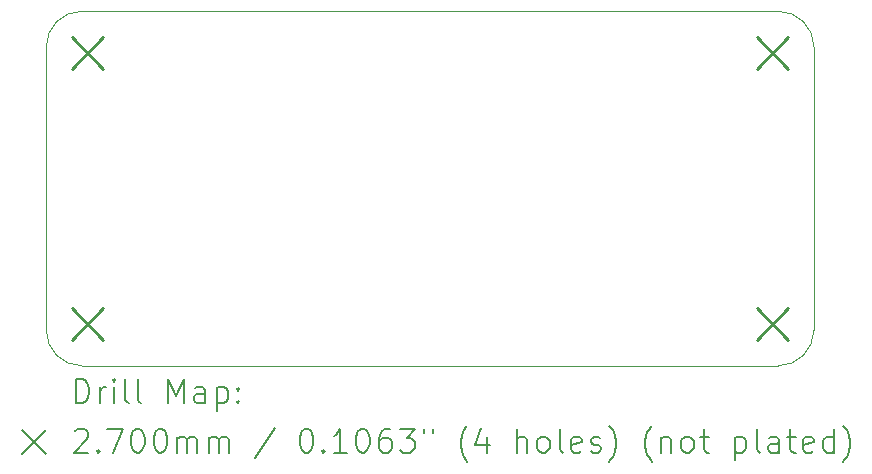
<source format=gbr>
%TF.GenerationSoftware,KiCad,Pcbnew,(6.0.7)*%
%TF.CreationDate,2022-10-12T11:09:08+01:00*%
%TF.ProjectId,RR_5V_HAT,52525f35-565f-4484-9154-2e6b69636164,rev?*%
%TF.SameCoordinates,Original*%
%TF.FileFunction,Drillmap*%
%TF.FilePolarity,Positive*%
%FSLAX45Y45*%
G04 Gerber Fmt 4.5, Leading zero omitted, Abs format (unit mm)*
G04 Created by KiCad (PCBNEW (6.0.7)) date 2022-10-12 11:09:08*
%MOMM*%
%LPD*%
G01*
G04 APERTURE LIST*
%ADD10C,0.100000*%
%ADD11C,0.200000*%
%ADD12C,0.270000*%
G04 APERTURE END LIST*
D10*
X23300000Y-3900000D02*
G75*
G03*
X23000000Y-3600000I-300000J0D01*
G01*
X16800000Y-6300000D02*
G75*
G03*
X17100000Y-6600000I300000J0D01*
G01*
X17100000Y-3600000D02*
X23000000Y-3600000D01*
X23300000Y-3900000D02*
X23300000Y-6300000D01*
X23000000Y-6600000D02*
G75*
G03*
X23300000Y-6300000I0J300000D01*
G01*
X16800000Y-6300000D02*
X16800000Y-3900000D01*
X17100000Y-3600000D02*
G75*
G03*
X16800000Y-3900000I0J-300000D01*
G01*
X23000000Y-6600000D02*
X17100000Y-6600000D01*
D11*
D12*
X17015000Y-3815000D02*
X17285000Y-4085000D01*
X17285000Y-3815000D02*
X17015000Y-4085000D01*
X17015000Y-6115000D02*
X17285000Y-6385000D01*
X17285000Y-6115000D02*
X17015000Y-6385000D01*
X22815000Y-3815000D02*
X23085000Y-4085000D01*
X23085000Y-3815000D02*
X22815000Y-4085000D01*
X22815000Y-6115000D02*
X23085000Y-6385000D01*
X23085000Y-6115000D02*
X22815000Y-6385000D01*
D11*
X17052619Y-6915476D02*
X17052619Y-6715476D01*
X17100238Y-6715476D01*
X17128810Y-6725000D01*
X17147857Y-6744048D01*
X17157381Y-6763095D01*
X17166905Y-6801190D01*
X17166905Y-6829762D01*
X17157381Y-6867857D01*
X17147857Y-6886905D01*
X17128810Y-6905952D01*
X17100238Y-6915476D01*
X17052619Y-6915476D01*
X17252619Y-6915476D02*
X17252619Y-6782143D01*
X17252619Y-6820238D02*
X17262143Y-6801190D01*
X17271667Y-6791667D01*
X17290714Y-6782143D01*
X17309762Y-6782143D01*
X17376429Y-6915476D02*
X17376429Y-6782143D01*
X17376429Y-6715476D02*
X17366905Y-6725000D01*
X17376429Y-6734524D01*
X17385952Y-6725000D01*
X17376429Y-6715476D01*
X17376429Y-6734524D01*
X17500238Y-6915476D02*
X17481190Y-6905952D01*
X17471667Y-6886905D01*
X17471667Y-6715476D01*
X17605000Y-6915476D02*
X17585952Y-6905952D01*
X17576429Y-6886905D01*
X17576429Y-6715476D01*
X17833571Y-6915476D02*
X17833571Y-6715476D01*
X17900238Y-6858333D01*
X17966905Y-6715476D01*
X17966905Y-6915476D01*
X18147857Y-6915476D02*
X18147857Y-6810714D01*
X18138333Y-6791667D01*
X18119286Y-6782143D01*
X18081190Y-6782143D01*
X18062143Y-6791667D01*
X18147857Y-6905952D02*
X18128810Y-6915476D01*
X18081190Y-6915476D01*
X18062143Y-6905952D01*
X18052619Y-6886905D01*
X18052619Y-6867857D01*
X18062143Y-6848809D01*
X18081190Y-6839286D01*
X18128810Y-6839286D01*
X18147857Y-6829762D01*
X18243095Y-6782143D02*
X18243095Y-6982143D01*
X18243095Y-6791667D02*
X18262143Y-6782143D01*
X18300238Y-6782143D01*
X18319286Y-6791667D01*
X18328810Y-6801190D01*
X18338333Y-6820238D01*
X18338333Y-6877381D01*
X18328810Y-6896428D01*
X18319286Y-6905952D01*
X18300238Y-6915476D01*
X18262143Y-6915476D01*
X18243095Y-6905952D01*
X18424048Y-6896428D02*
X18433571Y-6905952D01*
X18424048Y-6915476D01*
X18414524Y-6905952D01*
X18424048Y-6896428D01*
X18424048Y-6915476D01*
X18424048Y-6791667D02*
X18433571Y-6801190D01*
X18424048Y-6810714D01*
X18414524Y-6801190D01*
X18424048Y-6791667D01*
X18424048Y-6810714D01*
X16595000Y-7145000D02*
X16795000Y-7345000D01*
X16795000Y-7145000D02*
X16595000Y-7345000D01*
X17043095Y-7154524D02*
X17052619Y-7145000D01*
X17071667Y-7135476D01*
X17119286Y-7135476D01*
X17138333Y-7145000D01*
X17147857Y-7154524D01*
X17157381Y-7173571D01*
X17157381Y-7192619D01*
X17147857Y-7221190D01*
X17033571Y-7335476D01*
X17157381Y-7335476D01*
X17243095Y-7316428D02*
X17252619Y-7325952D01*
X17243095Y-7335476D01*
X17233571Y-7325952D01*
X17243095Y-7316428D01*
X17243095Y-7335476D01*
X17319286Y-7135476D02*
X17452619Y-7135476D01*
X17366905Y-7335476D01*
X17566905Y-7135476D02*
X17585952Y-7135476D01*
X17605000Y-7145000D01*
X17614524Y-7154524D01*
X17624048Y-7173571D01*
X17633571Y-7211667D01*
X17633571Y-7259286D01*
X17624048Y-7297381D01*
X17614524Y-7316428D01*
X17605000Y-7325952D01*
X17585952Y-7335476D01*
X17566905Y-7335476D01*
X17547857Y-7325952D01*
X17538333Y-7316428D01*
X17528810Y-7297381D01*
X17519286Y-7259286D01*
X17519286Y-7211667D01*
X17528810Y-7173571D01*
X17538333Y-7154524D01*
X17547857Y-7145000D01*
X17566905Y-7135476D01*
X17757381Y-7135476D02*
X17776429Y-7135476D01*
X17795476Y-7145000D01*
X17805000Y-7154524D01*
X17814524Y-7173571D01*
X17824048Y-7211667D01*
X17824048Y-7259286D01*
X17814524Y-7297381D01*
X17805000Y-7316428D01*
X17795476Y-7325952D01*
X17776429Y-7335476D01*
X17757381Y-7335476D01*
X17738333Y-7325952D01*
X17728810Y-7316428D01*
X17719286Y-7297381D01*
X17709762Y-7259286D01*
X17709762Y-7211667D01*
X17719286Y-7173571D01*
X17728810Y-7154524D01*
X17738333Y-7145000D01*
X17757381Y-7135476D01*
X17909762Y-7335476D02*
X17909762Y-7202143D01*
X17909762Y-7221190D02*
X17919286Y-7211667D01*
X17938333Y-7202143D01*
X17966905Y-7202143D01*
X17985952Y-7211667D01*
X17995476Y-7230714D01*
X17995476Y-7335476D01*
X17995476Y-7230714D02*
X18005000Y-7211667D01*
X18024048Y-7202143D01*
X18052619Y-7202143D01*
X18071667Y-7211667D01*
X18081190Y-7230714D01*
X18081190Y-7335476D01*
X18176429Y-7335476D02*
X18176429Y-7202143D01*
X18176429Y-7221190D02*
X18185952Y-7211667D01*
X18205000Y-7202143D01*
X18233571Y-7202143D01*
X18252619Y-7211667D01*
X18262143Y-7230714D01*
X18262143Y-7335476D01*
X18262143Y-7230714D02*
X18271667Y-7211667D01*
X18290714Y-7202143D01*
X18319286Y-7202143D01*
X18338333Y-7211667D01*
X18347857Y-7230714D01*
X18347857Y-7335476D01*
X18738333Y-7125952D02*
X18566905Y-7383095D01*
X18995476Y-7135476D02*
X19014524Y-7135476D01*
X19033571Y-7145000D01*
X19043095Y-7154524D01*
X19052619Y-7173571D01*
X19062143Y-7211667D01*
X19062143Y-7259286D01*
X19052619Y-7297381D01*
X19043095Y-7316428D01*
X19033571Y-7325952D01*
X19014524Y-7335476D01*
X18995476Y-7335476D01*
X18976429Y-7325952D01*
X18966905Y-7316428D01*
X18957381Y-7297381D01*
X18947857Y-7259286D01*
X18947857Y-7211667D01*
X18957381Y-7173571D01*
X18966905Y-7154524D01*
X18976429Y-7145000D01*
X18995476Y-7135476D01*
X19147857Y-7316428D02*
X19157381Y-7325952D01*
X19147857Y-7335476D01*
X19138333Y-7325952D01*
X19147857Y-7316428D01*
X19147857Y-7335476D01*
X19347857Y-7335476D02*
X19233571Y-7335476D01*
X19290714Y-7335476D02*
X19290714Y-7135476D01*
X19271667Y-7164048D01*
X19252619Y-7183095D01*
X19233571Y-7192619D01*
X19471667Y-7135476D02*
X19490714Y-7135476D01*
X19509762Y-7145000D01*
X19519286Y-7154524D01*
X19528810Y-7173571D01*
X19538333Y-7211667D01*
X19538333Y-7259286D01*
X19528810Y-7297381D01*
X19519286Y-7316428D01*
X19509762Y-7325952D01*
X19490714Y-7335476D01*
X19471667Y-7335476D01*
X19452619Y-7325952D01*
X19443095Y-7316428D01*
X19433571Y-7297381D01*
X19424048Y-7259286D01*
X19424048Y-7211667D01*
X19433571Y-7173571D01*
X19443095Y-7154524D01*
X19452619Y-7145000D01*
X19471667Y-7135476D01*
X19709762Y-7135476D02*
X19671667Y-7135476D01*
X19652619Y-7145000D01*
X19643095Y-7154524D01*
X19624048Y-7183095D01*
X19614524Y-7221190D01*
X19614524Y-7297381D01*
X19624048Y-7316428D01*
X19633571Y-7325952D01*
X19652619Y-7335476D01*
X19690714Y-7335476D01*
X19709762Y-7325952D01*
X19719286Y-7316428D01*
X19728810Y-7297381D01*
X19728810Y-7249762D01*
X19719286Y-7230714D01*
X19709762Y-7221190D01*
X19690714Y-7211667D01*
X19652619Y-7211667D01*
X19633571Y-7221190D01*
X19624048Y-7230714D01*
X19614524Y-7249762D01*
X19795476Y-7135476D02*
X19919286Y-7135476D01*
X19852619Y-7211667D01*
X19881190Y-7211667D01*
X19900238Y-7221190D01*
X19909762Y-7230714D01*
X19919286Y-7249762D01*
X19919286Y-7297381D01*
X19909762Y-7316428D01*
X19900238Y-7325952D01*
X19881190Y-7335476D01*
X19824048Y-7335476D01*
X19805000Y-7325952D01*
X19795476Y-7316428D01*
X19995476Y-7135476D02*
X19995476Y-7173571D01*
X20071667Y-7135476D02*
X20071667Y-7173571D01*
X20366905Y-7411667D02*
X20357381Y-7402143D01*
X20338333Y-7373571D01*
X20328810Y-7354524D01*
X20319286Y-7325952D01*
X20309762Y-7278333D01*
X20309762Y-7240238D01*
X20319286Y-7192619D01*
X20328810Y-7164048D01*
X20338333Y-7145000D01*
X20357381Y-7116428D01*
X20366905Y-7106905D01*
X20528810Y-7202143D02*
X20528810Y-7335476D01*
X20481190Y-7125952D02*
X20433571Y-7268809D01*
X20557381Y-7268809D01*
X20785952Y-7335476D02*
X20785952Y-7135476D01*
X20871667Y-7335476D02*
X20871667Y-7230714D01*
X20862143Y-7211667D01*
X20843095Y-7202143D01*
X20814524Y-7202143D01*
X20795476Y-7211667D01*
X20785952Y-7221190D01*
X20995476Y-7335476D02*
X20976429Y-7325952D01*
X20966905Y-7316428D01*
X20957381Y-7297381D01*
X20957381Y-7240238D01*
X20966905Y-7221190D01*
X20976429Y-7211667D01*
X20995476Y-7202143D01*
X21024048Y-7202143D01*
X21043095Y-7211667D01*
X21052619Y-7221190D01*
X21062143Y-7240238D01*
X21062143Y-7297381D01*
X21052619Y-7316428D01*
X21043095Y-7325952D01*
X21024048Y-7335476D01*
X20995476Y-7335476D01*
X21176429Y-7335476D02*
X21157381Y-7325952D01*
X21147857Y-7306905D01*
X21147857Y-7135476D01*
X21328810Y-7325952D02*
X21309762Y-7335476D01*
X21271667Y-7335476D01*
X21252619Y-7325952D01*
X21243095Y-7306905D01*
X21243095Y-7230714D01*
X21252619Y-7211667D01*
X21271667Y-7202143D01*
X21309762Y-7202143D01*
X21328810Y-7211667D01*
X21338333Y-7230714D01*
X21338333Y-7249762D01*
X21243095Y-7268809D01*
X21414524Y-7325952D02*
X21433571Y-7335476D01*
X21471667Y-7335476D01*
X21490714Y-7325952D01*
X21500238Y-7306905D01*
X21500238Y-7297381D01*
X21490714Y-7278333D01*
X21471667Y-7268809D01*
X21443095Y-7268809D01*
X21424048Y-7259286D01*
X21414524Y-7240238D01*
X21414524Y-7230714D01*
X21424048Y-7211667D01*
X21443095Y-7202143D01*
X21471667Y-7202143D01*
X21490714Y-7211667D01*
X21566905Y-7411667D02*
X21576429Y-7402143D01*
X21595476Y-7373571D01*
X21605000Y-7354524D01*
X21614524Y-7325952D01*
X21624048Y-7278333D01*
X21624048Y-7240238D01*
X21614524Y-7192619D01*
X21605000Y-7164048D01*
X21595476Y-7145000D01*
X21576429Y-7116428D01*
X21566905Y-7106905D01*
X21928810Y-7411667D02*
X21919286Y-7402143D01*
X21900238Y-7373571D01*
X21890714Y-7354524D01*
X21881190Y-7325952D01*
X21871667Y-7278333D01*
X21871667Y-7240238D01*
X21881190Y-7192619D01*
X21890714Y-7164048D01*
X21900238Y-7145000D01*
X21919286Y-7116428D01*
X21928810Y-7106905D01*
X22005000Y-7202143D02*
X22005000Y-7335476D01*
X22005000Y-7221190D02*
X22014524Y-7211667D01*
X22033571Y-7202143D01*
X22062143Y-7202143D01*
X22081190Y-7211667D01*
X22090714Y-7230714D01*
X22090714Y-7335476D01*
X22214524Y-7335476D02*
X22195476Y-7325952D01*
X22185952Y-7316428D01*
X22176429Y-7297381D01*
X22176429Y-7240238D01*
X22185952Y-7221190D01*
X22195476Y-7211667D01*
X22214524Y-7202143D01*
X22243095Y-7202143D01*
X22262143Y-7211667D01*
X22271667Y-7221190D01*
X22281190Y-7240238D01*
X22281190Y-7297381D01*
X22271667Y-7316428D01*
X22262143Y-7325952D01*
X22243095Y-7335476D01*
X22214524Y-7335476D01*
X22338333Y-7202143D02*
X22414524Y-7202143D01*
X22366905Y-7135476D02*
X22366905Y-7306905D01*
X22376428Y-7325952D01*
X22395476Y-7335476D01*
X22414524Y-7335476D01*
X22633571Y-7202143D02*
X22633571Y-7402143D01*
X22633571Y-7211667D02*
X22652619Y-7202143D01*
X22690714Y-7202143D01*
X22709762Y-7211667D01*
X22719286Y-7221190D01*
X22728809Y-7240238D01*
X22728809Y-7297381D01*
X22719286Y-7316428D01*
X22709762Y-7325952D01*
X22690714Y-7335476D01*
X22652619Y-7335476D01*
X22633571Y-7325952D01*
X22843095Y-7335476D02*
X22824048Y-7325952D01*
X22814524Y-7306905D01*
X22814524Y-7135476D01*
X23005000Y-7335476D02*
X23005000Y-7230714D01*
X22995476Y-7211667D01*
X22976428Y-7202143D01*
X22938333Y-7202143D01*
X22919286Y-7211667D01*
X23005000Y-7325952D02*
X22985952Y-7335476D01*
X22938333Y-7335476D01*
X22919286Y-7325952D01*
X22909762Y-7306905D01*
X22909762Y-7287857D01*
X22919286Y-7268809D01*
X22938333Y-7259286D01*
X22985952Y-7259286D01*
X23005000Y-7249762D01*
X23071667Y-7202143D02*
X23147857Y-7202143D01*
X23100238Y-7135476D02*
X23100238Y-7306905D01*
X23109762Y-7325952D01*
X23128809Y-7335476D01*
X23147857Y-7335476D01*
X23290714Y-7325952D02*
X23271667Y-7335476D01*
X23233571Y-7335476D01*
X23214524Y-7325952D01*
X23205000Y-7306905D01*
X23205000Y-7230714D01*
X23214524Y-7211667D01*
X23233571Y-7202143D01*
X23271667Y-7202143D01*
X23290714Y-7211667D01*
X23300238Y-7230714D01*
X23300238Y-7249762D01*
X23205000Y-7268809D01*
X23471667Y-7335476D02*
X23471667Y-7135476D01*
X23471667Y-7325952D02*
X23452619Y-7335476D01*
X23414524Y-7335476D01*
X23395476Y-7325952D01*
X23385952Y-7316428D01*
X23376428Y-7297381D01*
X23376428Y-7240238D01*
X23385952Y-7221190D01*
X23395476Y-7211667D01*
X23414524Y-7202143D01*
X23452619Y-7202143D01*
X23471667Y-7211667D01*
X23547857Y-7411667D02*
X23557381Y-7402143D01*
X23576428Y-7373571D01*
X23585952Y-7354524D01*
X23595476Y-7325952D01*
X23605000Y-7278333D01*
X23605000Y-7240238D01*
X23595476Y-7192619D01*
X23585952Y-7164048D01*
X23576428Y-7145000D01*
X23557381Y-7116428D01*
X23547857Y-7106905D01*
M02*

</source>
